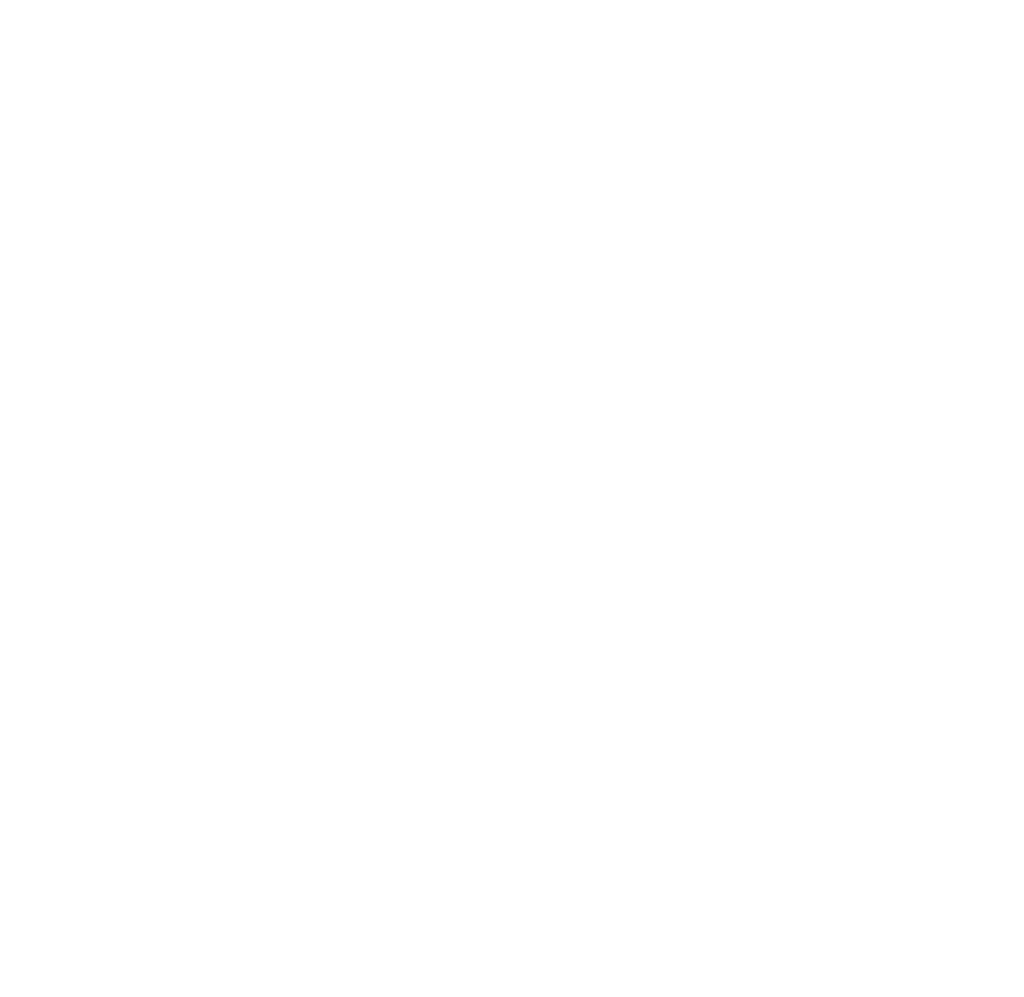
<source format=kicad_pcb>
(kicad_pcb (version 20171130) (host pcbnew "(5.0.1)-4")

  (general
    (thickness 1.6)
    (drawings 130)
    (tracks 0)
    (zones 0)
    (modules 0)
    (nets 1)
  )

  (page A4)
  (layers
    (0 F.Cu signal)
    (31 B.Cu signal)
    (32 B.Adhes user)
    (33 F.Adhes user)
    (34 B.Paste user)
    (35 F.Paste user)
    (36 B.SilkS user)
    (37 F.SilkS user)
    (38 B.Mask user)
    (39 F.Mask user)
    (40 Dwgs.User user)
    (41 Cmts.User user)
    (42 Eco1.User user)
    (43 Eco2.User user)
    (44 Edge.Cuts user)
    (45 Margin user)
    (46 B.CrtYd user)
    (47 F.CrtYd user)
    (48 B.Fab user)
    (49 F.Fab user)
  )

  (setup
    (last_trace_width 0.25)
    (trace_clearance 0.2)
    (zone_clearance 0.508)
    (zone_45_only no)
    (trace_min 0.2)
    (segment_width 0.3)
    (edge_width 0.2)
    (via_size 0.8)
    (via_drill 0.4)
    (via_min_size 0.4)
    (via_min_drill 0.3)
    (uvia_size 0.3)
    (uvia_drill 0.1)
    (uvias_allowed no)
    (uvia_min_size 0.2)
    (uvia_min_drill 0.1)
    (pcb_text_width 0.3)
    (pcb_text_size 1.5 1.5)
    (mod_edge_width 0.15)
    (mod_text_size 1 1)
    (mod_text_width 0.15)
    (pad_size 1.524 1.524)
    (pad_drill 0.762)
    (pad_to_mask_clearance 0.051)
    (solder_mask_min_width 0.25)
    (aux_axis_origin 0 0)
    (visible_elements 7FFFFFFF)
    (pcbplotparams
      (layerselection 0x010f0_ffffffff)
      (usegerberextensions false)
      (usegerberattributes false)
      (usegerberadvancedattributes false)
      (creategerberjobfile false)
      (excludeedgelayer true)
      (linewidth 0.100000)
      (plotframeref false)
      (viasonmask false)
      (mode 1)
      (useauxorigin false)
      (hpglpennumber 1)
      (hpglpenspeed 20)
      (hpglpendiameter 15.000000)
      (psnegative false)
      (psa4output false)
      (plotreference true)
      (plotvalue true)
      (plotinvisibletext false)
      (padsonsilk false)
      (subtractmaskfromsilk false)
      (outputformat 1)
      (mirror false)
      (drillshape 0)
      (scaleselection 1)
      (outputdirectory ""))
  )

  (net 0 "")

  (net_class Default "This is the default net class."
    (clearance 0.2)
    (trace_width 0.25)
    (via_dia 0.8)
    (via_drill 0.4)
    (uvia_dia 0.3)
    (uvia_drill 0.1)
  )

  (gr_circle (center 7.5 3) (end 9.1 2.9) (layer Eco2.User) (width 0.2) (tstamp 5CC65865))
  (gr_circle (center 7.5 125.5) (end 9.1 125.4) (layer Eco2.User) (width 0.2) (tstamp 5CC65863))
  (gr_circle (center 124.3 125.5) (end 125.9 125.4) (layer Eco2.User) (width 0.2) (tstamp 5CC65861))
  (gr_circle (center 124.3 3) (end 125.9 2.9) (layer Eco2.User) (width 0.2))
  (gr_line (start 0 128.5) (end 0 0) (layer Eco2.User) (width 0.2))
  (gr_line (start 131.9 128.5) (end 0 128.5) (layer Eco2.User) (width 0.2))
  (gr_line (start 131.9 0) (end 131.9 128.5) (layer Eco2.User) (width 0.2))
  (gr_line (start 0 0) (end 131.9 0) (layer Eco2.User) (width 0.2))
  (gr_line (start 58.5 36.4) (end 86.4 36.4) (layer Eco2.User) (width 0.2) (tstamp 5CC646D9))
  (gr_line (start 58.5 38.8) (end 86.4 38.8) (layer Eco2.User) (width 0.2) (tstamp 5CC646D8))
  (gr_line (start 58.5 49) (end 86.4 49) (layer Eco2.User) (width 0.2) (tstamp 5CC646D7))
  (gr_line (start 58.5 46.6) (end 86.4 46.6) (layer Eco2.User) (width 0.2) (tstamp 5CC646D6))
  (gr_line (start 58.5 89.6) (end 86.4 89.6) (layer Eco2.User) (width 0.2) (tstamp 5CC646D5))
  (gr_line (start 58.5 87.2) (end 86.4 87.2) (layer Eco2.User) (width 0.2) (tstamp 5CC646D4))
  (gr_line (start 58.6 79.4) (end 86.5 79.4) (layer Eco2.User) (width 0.2) (tstamp 5CC646D3))
  (gr_line (start 58.6 77) (end 86.5 77) (layer Eco2.User) (width 0.2) (tstamp 5CC646D2))
  (gr_line (start 58.5 69.3) (end 86.4 69.3) (layer Eco2.User) (width 0.2) (tstamp 5CC646D1))
  (gr_line (start 58.5 66.9) (end 86.4 66.9) (layer Eco2.User) (width 0.2) (tstamp 5CC646D0))
  (gr_line (start 58.5 59.2) (end 86.4 59.2) (layer Eco2.User) (width 0.2) (tstamp 5CC646CF))
  (gr_line (start 58.5 56.8) (end 86.4 56.8) (layer Eco2.User) (width 0.2) (tstamp 5CC646CE))
  (gr_line (start 58.5 26.3) (end 86.4 26.3) (layer Eco2.User) (width 0.2) (tstamp 5CC646CB))
  (gr_line (start 58.5 28.7) (end 86.4 28.7) (layer Eco2.User) (width 0.2) (tstamp 5CC646CA))
  (gr_line (start 58.5 18.4) (end 86.4 18.4) (layer Eco2.User) (width 0.2) (tstamp 5CC646C7))
  (gr_line (start 58.5 16) (end 86.4 16) (layer Eco2.User) (width 0.2) (tstamp 5CC646C5))
  (gr_line (start 22 89.6) (end 49.9 89.6) (layer Eco2.User) (width 0.2) (tstamp 5CC646BE))
  (gr_line (start 22 87.2) (end 49.9 87.2) (layer Eco2.User) (width 0.2) (tstamp 5CC646BD))
  (gr_line (start 22.1 79.4) (end 50 79.4) (layer Eco2.User) (width 0.2) (tstamp 5CC646BA))
  (gr_line (start 22.1 77) (end 50 77) (layer Eco2.User) (width 0.2) (tstamp 5CC646B9))
  (gr_line (start 22 69.3) (end 49.9 69.3) (layer Eco2.User) (width 0.2) (tstamp 5CC646B6))
  (gr_line (start 22 66.9) (end 49.9 66.9) (layer Eco2.User) (width 0.2) (tstamp 5CC646B5))
  (gr_line (start 22 59.2) (end 49.9 59.2) (layer Eco2.User) (width 0.2) (tstamp 5CC646B2))
  (gr_line (start 22 56.8) (end 49.9 56.8) (layer Eco2.User) (width 0.2) (tstamp 5CC646B1))
  (gr_line (start 22 46.6) (end 49.9 46.6) (layer Eco2.User) (width 0.2) (tstamp 5CC646AE))
  (gr_line (start 22 49) (end 49.9 49) (layer Eco2.User) (width 0.2) (tstamp 5CC646AD))
  (gr_line (start 22 38.8) (end 49.9 38.8) (layer Eco2.User) (width 0.2) (tstamp 5CC646AA))
  (gr_line (start 22 36.4) (end 49.9 36.4) (layer Eco2.User) (width 0.2) (tstamp 5CC646A9))
  (gr_line (start 22 26.3) (end 49.9 26.3) (layer Eco2.User) (width 0.2) (tstamp 5CC646A6))
  (gr_line (start 22 28.7) (end 49.9 28.7) (layer Eco2.User) (width 0.2) (tstamp 5CC646A5))
  (gr_line (start 22 18.4) (end 49.9 18.4) (layer Eco2.User) (width 0.2) (tstamp 5CC646A2))
  (gr_circle (center 110.65 55.85) (end 113.7 55.8) (layer Eco2.User) (width 0.2) (tstamp 5CC64254))
  (gr_circle (center 129.199167 83.8) (end 130.7 83.8) (layer Eco2.User) (width 0.2) (tstamp 5CC64079))
  (gr_circle (center 116.9 24.2) (end 118.4 24.25) (layer Eco2.User) (width 0.2) (tstamp 5CC64052))
  (gr_circle (center 123.3 83.8) (end 126.45 83.8) (layer Eco2.User) (width 0.2) (tstamp 5CC64027))
  (gr_circle (center 110.7 83.85) (end 113.85 83.85) (layer Eco2.User) (width 0.2) (tstamp 5CC6401D))
  (gr_circle (center 98 83.85) (end 101.15 83.85) (layer Eco2.User) (width 0.2))
  (gr_circle (center 97.95 71.05) (end 101.9 71.05) (layer Eco2.User) (width 0.2) (tstamp 5CC63FB1))
  (gr_circle (center 110.65 71.05) (end 114.6 71.05) (layer Eco2.User) (width 0.2) (tstamp 5CC63FB0))
  (gr_circle (center 123.3 71.05) (end 127.25 71.05) (layer Eco2.User) (width 0.2) (tstamp 5CC63FAF))
  (gr_circle (center 97.95 55.85) (end 101.9 55.85) (layer Eco2.User) (width 0.2) (tstamp 5CC63F89))
  (gr_circle (center 123.35 55.85) (end 127.3 55.85) (layer Eco2.User) (width 0.2) (tstamp 5CC63F87))
  (gr_circle (center 97.85 43.35) (end 101.8 43.35) (layer Eco2.User) (width 0.2) (tstamp 5CC63F69))
  (gr_circle (center 110.55 43.35) (end 114.5 43.35) (layer Eco2.User) (width 0.2) (tstamp 5CC63F68))
  (gr_circle (center 123.3 43.35) (end 127.25 43.35) (layer Eco2.User) (width 0.2) (tstamp 5CC63F67))
  (gr_circle (center 97.85 30.65) (end 101.8 30.65) (layer Eco2.User) (width 0.2) (tstamp 5CC63F50))
  (gr_circle (center 110.55 30.65) (end 114.5 30.65) (layer Eco2.User) (width 0.2) (tstamp 5CC63F4F))
  (gr_circle (center 123.3 30.65) (end 127.25 30.65) (layer Eco2.User) (width 0.2) (tstamp 5CC63F4E))
  (gr_circle (center 97.85 17.85) (end 101.8 17.85) (layer Eco2.User) (width 0.2) (tstamp 5CC63EE3))
  (gr_circle (center 110.55 17.85) (end 114.5 17.85) (layer Eco2.User) (width 0.2) (tstamp 5CC63ECC))
  (gr_circle (center 123.3 17.85) (end 127.25 17.85) (layer Eco2.User) (width 0.2) (tstamp 5CC63E19))
  (gr_circle (center 123.3 106.5) (end 124.8 106.5) (layer Eco2.User) (width 0.2) (tstamp 5CC63DD8))
  (gr_circle (center 123.35 99.95) (end 126.5 99.95) (layer Eco2.User) (width 0.2) (tstamp 5CC63DD7))
  (gr_circle (center 123.3 112.75) (end 127.25 112.75) (layer Eco2.User) (width 0.2) (tstamp 5CC63DD6))
  (gr_circle (center 110.7 106.5) (end 112.2 106.5) (layer Eco2.User) (width 0.2) (tstamp 5CC63DD0))
  (gr_circle (center 110.75 99.95) (end 113.9 99.95) (layer Eco2.User) (width 0.2) (tstamp 5CC63DCF))
  (gr_circle (center 110.7 112.75) (end 114.65 112.75) (layer Eco2.User) (width 0.2) (tstamp 5CC63DCE))
  (gr_circle (center 97.9 106.5) (end 99.4 106.5) (layer Eco2.User) (width 0.2) (tstamp 5CC63DC8))
  (gr_circle (center 97.95 99.95) (end 101.1 99.95) (layer Eco2.User) (width 0.2) (tstamp 5CC63DC7))
  (gr_circle (center 97.9 112.75) (end 101.85 112.75) (layer Eco2.User) (width 0.2) (tstamp 5CC63DC6))
  (gr_circle (center 85.3 106.5) (end 86.8 106.5) (layer Eco2.User) (width 0.2) (tstamp 5CC63DC0))
  (gr_circle (center 85.35 99.95) (end 88.5 99.95) (layer Eco2.User) (width 0.2) (tstamp 5CC63DBF))
  (gr_circle (center 85.3 112.75) (end 89.25 112.75) (layer Eco2.User) (width 0.2) (tstamp 5CC63DBE))
  (gr_circle (center 72.6 106.5) (end 74.1 106.5) (layer Eco2.User) (width 0.2) (tstamp 5CC63DB8))
  (gr_circle (center 72.65 99.95) (end 75.8 99.95) (layer Eco2.User) (width 0.2) (tstamp 5CC63DB7))
  (gr_circle (center 72.6 112.75) (end 76.55 112.75) (layer Eco2.User) (width 0.2) (tstamp 5CC63DB6))
  (gr_circle (center 59.8 106.5) (end 61.3 106.5) (layer Eco2.User) (width 0.2) (tstamp 5CC63DB0))
  (gr_circle (center 59.85 99.95) (end 63 99.95) (layer Eco2.User) (width 0.2) (tstamp 5CC63DAF))
  (gr_circle (center 59.8 112.75) (end 63.75 112.75) (layer Eco2.User) (width 0.2) (tstamp 5CC63DAE))
  (gr_circle (center 47.1 106.5) (end 48.6 106.5) (layer Eco2.User) (width 0.2) (tstamp 5CC63DA8))
  (gr_circle (center 47.15 99.95) (end 50.3 99.95) (layer Eco2.User) (width 0.2) (tstamp 5CC63DA7))
  (gr_circle (center 47.1 112.75) (end 51.05 112.75) (layer Eco2.User) (width 0.2) (tstamp 5CC63DA6))
  (gr_circle (center 34.4 106.5) (end 35.9 106.5) (layer Eco2.User) (width 0.2) (tstamp 5CC63D9A))
  (gr_circle (center 34.45 99.95) (end 37.6 99.95) (layer Eco2.User) (width 0.2) (tstamp 5CC63D99))
  (gr_circle (center 34.4 112.75) (end 38.35 112.75) (layer Eco2.User) (width 0.2) (tstamp 5CC63D98))
  (gr_circle (center 21.8 106.5) (end 23.3 106.5) (layer Eco2.User) (width 0.2) (tstamp 5CC63D90))
  (gr_circle (center 21.85 99.95) (end 25 99.95) (layer Eco2.User) (width 0.2) (tstamp 5CC63D8F))
  (gr_circle (center 21.8 112.75) (end 25.75 112.75) (layer Eco2.User) (width 0.2) (tstamp 5CC63D8E))
  (gr_circle (center 9 106.5) (end 10.5 106.5) (layer Eco2.User) (width 0.2))
  (gr_line (start 58.6 79.4) (end 58.6 77) (layer Eco2.User) (width 0.2) (tstamp 5CC63C8B))
  (gr_line (start 86.5 77) (end 86.5 79.4) (layer Eco2.User) (width 0.2) (tstamp 5CC63C89))
  (gr_line (start 58.5 69.3) (end 58.5 66.9) (layer Eco2.User) (width 0.2) (tstamp 5CC63C87))
  (gr_line (start 86.4 66.9) (end 86.4 69.3) (layer Eco2.User) (width 0.2) (tstamp 5CC63C85))
  (gr_line (start 58.5 59.2) (end 58.5 56.8) (layer Eco2.User) (width 0.2) (tstamp 5CC63C83))
  (gr_line (start 86.4 56.8) (end 86.4 59.2) (layer Eco2.User) (width 0.2) (tstamp 5CC63C81))
  (gr_line (start 58.5 49) (end 58.5 46.6) (layer Eco2.User) (width 0.2) (tstamp 5CC63C7F))
  (gr_line (start 86.4 46.6) (end 86.4 49) (layer Eco2.User) (width 0.2) (tstamp 5CC63C7D))
  (gr_line (start 58.5 89.6) (end 58.5 87.2) (layer Eco2.User) (width 0.2) (tstamp 5CC63C7B))
  (gr_line (start 86.4 87.2) (end 86.4 89.6) (layer Eco2.User) (width 0.2) (tstamp 5CC63C79))
  (gr_line (start 58.5 28.7) (end 58.5 26.3) (layer Eco2.User) (width 0.2) (tstamp 5CC63C76))
  (gr_line (start 86.4 26.3) (end 86.4 28.7) (layer Eco2.User) (width 0.2) (tstamp 5CC63C75))
  (gr_line (start 58.5 38.8) (end 58.5 36.4) (layer Eco2.User) (width 0.2) (tstamp 5CC63C73))
  (gr_line (start 86.4 36.4) (end 86.4 38.8) (layer Eco2.User) (width 0.2) (tstamp 5CC63C71))
  (gr_line (start 22.1 79.4) (end 22.1 77) (layer Eco2.User) (width 0.2) (tstamp 5CC63B29))
  (gr_line (start 50 77) (end 50 79.4) (layer Eco2.User) (width 0.2) (tstamp 5CC63B27))
  (gr_line (start 22 69.3) (end 22 66.9) (layer Eco2.User) (width 0.2) (tstamp 5CC63B1F))
  (gr_line (start 49.9 66.9) (end 49.9 69.3) (layer Eco2.User) (width 0.2) (tstamp 5CC63B1D))
  (gr_line (start 22 59.2) (end 22 56.8) (layer Eco2.User) (width 0.2) (tstamp 5CC63B15))
  (gr_line (start 49.9 56.8) (end 49.9 59.2) (layer Eco2.User) (width 0.2) (tstamp 5CC63B13))
  (gr_line (start 22 49) (end 22 46.6) (layer Eco2.User) (width 0.2) (tstamp 5CC63B09))
  (gr_line (start 49.9 46.6) (end 49.9 49) (layer Eco2.User) (width 0.2) (tstamp 5CC63B07))
  (gr_line (start 58.5 18.4) (end 58.5 16) (layer Eco2.User) (width 0.2) (tstamp 5CC63A2F))
  (gr_line (start 86.4 16) (end 86.4 18.4) (layer Eco2.User) (width 0.2) (tstamp 5CC63A2D))
  (gr_line (start 22 89.6) (end 22 87.2) (layer Eco2.User) (width 0.2) (tstamp 5CC639CB))
  (gr_line (start 49.9 87.2) (end 49.9 89.6) (layer Eco2.User) (width 0.2) (tstamp 5CC639C9))
  (gr_line (start 49.9 36.4) (end 49.9 38.8) (layer Eco2.User) (width 0.2) (tstamp 5CC1376A))
  (gr_line (start 22 38.8) (end 22 36.4) (layer Eco2.User) (width 0.2) (tstamp 5CC13769))
  (gr_line (start 49.9 26.3) (end 49.9 28.7) (layer Eco2.User) (width 0.2) (tstamp 5CC1374B))
  (gr_line (start 22 28.7) (end 22 26.3) (layer Eco2.User) (width 0.2) (tstamp 5CC13749))
  (gr_line (start 49.9 16) (end 49.9 18.4) (layer Eco2.User) (width 0.2))
  (gr_line (start 22 16) (end 49.9 16) (layer Eco2.User) (width 0.2))
  (gr_line (start 22 18.4) (end 22 16) (layer Eco2.User) (width 0.2))
  (gr_circle (center 9 112.75) (end 12.95 112.75) (layer Eco2.User) (width 0.2))
  (gr_circle (center 9 100) (end 12.15 100) (layer Eco2.User) (width 0.2) (tstamp 5CC13279))
  (gr_line (start 11.4 52.5) (end 11.4 92.9) (layer Eco2.User) (width 0.2))
  (gr_line (start 6.4 52.5) (end 11.4 52.5) (layer Eco2.User) (width 0.2))
  (gr_line (start 6.4 92.9) (end 6.4 52.5) (layer Eco2.User) (width 0.2))
  (gr_line (start 11.4 92.9) (end 6.4 92.9) (layer Eco2.User) (width 0.2))
  (gr_circle (center 15.000833 43.2) (end 16.500833 43.25) (layer Eco2.User) (width 0.2))
  (gr_circle (center 8.95 43.2) (end 12.1 43.2) (layer Eco2.User) (width 0.2) (tstamp 5CC13094))
  (gr_circle (center 8.95 30.5) (end 12.1 30.5) (layer Eco2.User) (width 0.2) (tstamp 5CC1303A))
  (gr_circle (center 8.95 17.85) (end 12.1 17.85) (layer Eco2.User) (width 0.2))

)

</source>
